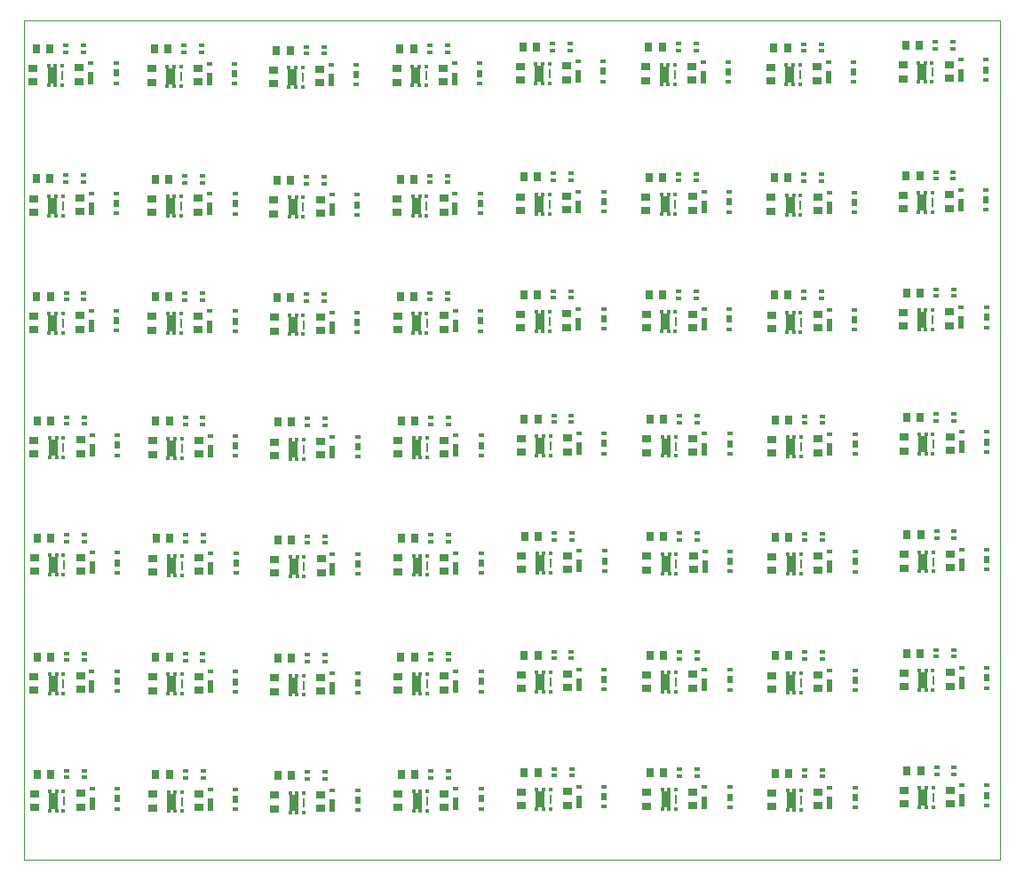
<source format=gtp>
G75*
%MOIN*%
%OFA0B0*%
%FSLAX25Y25*%
%IPPOS*%
%LPD*%
%AMOC8*
5,1,8,0,0,1.08239X$1,22.5*
%
%ADD10C,0.00000*%
%ADD11R,0.01181X0.01378*%
%ADD12R,0.03740X0.05906*%
%ADD13R,0.00925X0.03425*%
%ADD14R,0.02047X0.01181*%
%ADD15R,0.01969X0.05118*%
%ADD16R,0.01969X0.01575*%
%ADD17R,0.01969X0.02953*%
%ADD18R,0.02756X0.03543*%
%ADD19R,0.03543X0.02756*%
D10*
X0008974Y0010224D02*
X0375116Y0010224D01*
X0375116Y0325185D01*
X0008974Y0325185D01*
X0008974Y0010224D01*
D11*
X0018505Y0028682D03*
X0021064Y0028682D03*
X0023623Y0028682D03*
X0023623Y0035966D03*
X0021064Y0035966D03*
X0018505Y0035966D03*
X0018435Y0072742D03*
X0020994Y0072742D03*
X0023553Y0072742D03*
X0023553Y0080026D03*
X0020994Y0080026D03*
X0018435Y0080026D03*
X0018525Y0117262D03*
X0021084Y0117262D03*
X0023643Y0117262D03*
X0023643Y0124546D03*
X0021084Y0124546D03*
X0018525Y0124546D03*
X0018455Y0161322D03*
X0021014Y0161322D03*
X0023573Y0161322D03*
X0023573Y0168606D03*
X0021014Y0168606D03*
X0018455Y0168606D03*
X0018275Y0208062D03*
X0020834Y0208062D03*
X0023393Y0208062D03*
X0023393Y0215346D03*
X0020834Y0215346D03*
X0018275Y0215346D03*
X0018205Y0252122D03*
X0020764Y0252122D03*
X0023323Y0252122D03*
X0023323Y0259406D03*
X0020764Y0259406D03*
X0018205Y0259406D03*
X0062685Y0259246D03*
X0065244Y0259246D03*
X0067803Y0259246D03*
X0067803Y0251962D03*
X0065244Y0251962D03*
X0062685Y0251962D03*
X0062755Y0215186D03*
X0065314Y0215186D03*
X0067873Y0215186D03*
X0067873Y0207902D03*
X0065314Y0207902D03*
X0062755Y0207902D03*
X0062935Y0168446D03*
X0065494Y0168446D03*
X0068053Y0168446D03*
X0068053Y0161162D03*
X0065494Y0161162D03*
X0062935Y0161162D03*
X0063005Y0124386D03*
X0065564Y0124386D03*
X0068123Y0124386D03*
X0068123Y0117102D03*
X0065564Y0117102D03*
X0063005Y0117102D03*
X0062915Y0079866D03*
X0065474Y0079866D03*
X0068033Y0079866D03*
X0068033Y0072582D03*
X0065474Y0072582D03*
X0062915Y0072582D03*
X0062985Y0035806D03*
X0065544Y0035806D03*
X0068103Y0035806D03*
X0068103Y0028522D03*
X0065544Y0028522D03*
X0062985Y0028522D03*
X0108745Y0028142D03*
X0111304Y0028142D03*
X0113863Y0028142D03*
X0113863Y0035426D03*
X0111304Y0035426D03*
X0108745Y0035426D03*
X0108675Y0072202D03*
X0111234Y0072202D03*
X0113793Y0072202D03*
X0113793Y0079486D03*
X0111234Y0079486D03*
X0108675Y0079486D03*
X0108765Y0116722D03*
X0111324Y0116722D03*
X0113883Y0116722D03*
X0113883Y0124006D03*
X0111324Y0124006D03*
X0108765Y0124006D03*
X0108695Y0160782D03*
X0111254Y0160782D03*
X0113813Y0160782D03*
X0113813Y0168066D03*
X0111254Y0168066D03*
X0108695Y0168066D03*
X0108515Y0207522D03*
X0111074Y0207522D03*
X0113633Y0207522D03*
X0113633Y0214806D03*
X0111074Y0214806D03*
X0108515Y0214806D03*
X0108445Y0251582D03*
X0111004Y0251582D03*
X0113563Y0251582D03*
X0113563Y0258866D03*
X0111004Y0258866D03*
X0108445Y0258866D03*
X0108305Y0300422D03*
X0110864Y0300422D03*
X0113423Y0300422D03*
X0113423Y0307706D03*
X0110864Y0307706D03*
X0108305Y0307706D03*
X0067663Y0308086D03*
X0065104Y0308086D03*
X0062545Y0308086D03*
X0062545Y0300802D03*
X0065104Y0300802D03*
X0067663Y0300802D03*
X0023183Y0300962D03*
X0020624Y0300962D03*
X0018065Y0300962D03*
X0018065Y0308246D03*
X0020624Y0308246D03*
X0023183Y0308246D03*
X0154625Y0308176D03*
X0157184Y0308176D03*
X0159743Y0308176D03*
X0159743Y0300892D03*
X0157184Y0300892D03*
X0154625Y0300892D03*
X0200875Y0301632D03*
X0203434Y0301632D03*
X0205993Y0301632D03*
X0205993Y0308916D03*
X0203434Y0308916D03*
X0200875Y0308916D03*
X0247985Y0308796D03*
X0250544Y0308796D03*
X0253103Y0308796D03*
X0253103Y0301512D03*
X0250544Y0301512D03*
X0247985Y0301512D03*
X0294965Y0301352D03*
X0297524Y0301352D03*
X0300083Y0301352D03*
X0300083Y0308636D03*
X0297524Y0308636D03*
X0294965Y0308636D03*
X0344475Y0309506D03*
X0347034Y0309506D03*
X0349593Y0309506D03*
X0349593Y0302222D03*
X0347034Y0302222D03*
X0344475Y0302222D03*
X0344615Y0260666D03*
X0347174Y0260666D03*
X0349733Y0260666D03*
X0349733Y0253382D03*
X0347174Y0253382D03*
X0344615Y0253382D03*
X0344685Y0216606D03*
X0347244Y0216606D03*
X0349803Y0216606D03*
X0349803Y0209322D03*
X0347244Y0209322D03*
X0344685Y0209322D03*
X0344865Y0169866D03*
X0347424Y0169866D03*
X0349983Y0169866D03*
X0349983Y0162582D03*
X0347424Y0162582D03*
X0344865Y0162582D03*
X0344935Y0125806D03*
X0347494Y0125806D03*
X0350053Y0125806D03*
X0350053Y0118522D03*
X0347494Y0118522D03*
X0344935Y0118522D03*
X0344845Y0081286D03*
X0347404Y0081286D03*
X0349963Y0081286D03*
X0349963Y0074002D03*
X0347404Y0074002D03*
X0344845Y0074002D03*
X0344915Y0037226D03*
X0347474Y0037226D03*
X0350033Y0037226D03*
X0350033Y0029942D03*
X0347474Y0029942D03*
X0344915Y0029942D03*
X0300523Y0029072D03*
X0297964Y0029072D03*
X0295405Y0029072D03*
X0295405Y0036356D03*
X0297964Y0036356D03*
X0300523Y0036356D03*
X0300453Y0073132D03*
X0297894Y0073132D03*
X0295335Y0073132D03*
X0295335Y0080416D03*
X0297894Y0080416D03*
X0300453Y0080416D03*
X0300543Y0117652D03*
X0297984Y0117652D03*
X0295425Y0117652D03*
X0295425Y0124936D03*
X0297984Y0124936D03*
X0300543Y0124936D03*
X0300473Y0161712D03*
X0297914Y0161712D03*
X0295355Y0161712D03*
X0295355Y0168996D03*
X0297914Y0168996D03*
X0300473Y0168996D03*
X0300293Y0208452D03*
X0297734Y0208452D03*
X0295175Y0208452D03*
X0295175Y0215736D03*
X0297734Y0215736D03*
X0300293Y0215736D03*
X0300223Y0252512D03*
X0297664Y0252512D03*
X0295105Y0252512D03*
X0295105Y0259796D03*
X0297664Y0259796D03*
X0300223Y0259796D03*
X0253243Y0259956D03*
X0250684Y0259956D03*
X0248125Y0259956D03*
X0248125Y0252672D03*
X0250684Y0252672D03*
X0253243Y0252672D03*
X0253313Y0215896D03*
X0250754Y0215896D03*
X0248195Y0215896D03*
X0248195Y0208612D03*
X0250754Y0208612D03*
X0253313Y0208612D03*
X0253493Y0169156D03*
X0250934Y0169156D03*
X0248375Y0169156D03*
X0248375Y0161872D03*
X0250934Y0161872D03*
X0253493Y0161872D03*
X0253563Y0125096D03*
X0251004Y0125096D03*
X0248445Y0125096D03*
X0248445Y0117812D03*
X0251004Y0117812D03*
X0253563Y0117812D03*
X0253473Y0080576D03*
X0250914Y0080576D03*
X0248355Y0080576D03*
X0248355Y0073292D03*
X0250914Y0073292D03*
X0253473Y0073292D03*
X0253543Y0036516D03*
X0250984Y0036516D03*
X0248425Y0036516D03*
X0248425Y0029232D03*
X0250984Y0029232D03*
X0253543Y0029232D03*
X0206433Y0029352D03*
X0203874Y0029352D03*
X0201315Y0029352D03*
X0201315Y0036636D03*
X0203874Y0036636D03*
X0206433Y0036636D03*
X0206363Y0073412D03*
X0203804Y0073412D03*
X0201245Y0073412D03*
X0201245Y0080696D03*
X0203804Y0080696D03*
X0206363Y0080696D03*
X0206453Y0117932D03*
X0203894Y0117932D03*
X0201335Y0117932D03*
X0201335Y0125216D03*
X0203894Y0125216D03*
X0206453Y0125216D03*
X0206383Y0161992D03*
X0203824Y0161992D03*
X0201265Y0161992D03*
X0201265Y0169276D03*
X0203824Y0169276D03*
X0206383Y0169276D03*
X0206203Y0208732D03*
X0203644Y0208732D03*
X0201085Y0208732D03*
X0201085Y0216016D03*
X0203644Y0216016D03*
X0206203Y0216016D03*
X0206133Y0252792D03*
X0203574Y0252792D03*
X0201015Y0252792D03*
X0201015Y0260076D03*
X0203574Y0260076D03*
X0206133Y0260076D03*
X0159883Y0259336D03*
X0157324Y0259336D03*
X0154765Y0259336D03*
X0154765Y0252052D03*
X0157324Y0252052D03*
X0159883Y0252052D03*
X0159953Y0215276D03*
X0157394Y0215276D03*
X0154835Y0215276D03*
X0154835Y0207992D03*
X0157394Y0207992D03*
X0159953Y0207992D03*
X0160133Y0168536D03*
X0157574Y0168536D03*
X0155015Y0168536D03*
X0155015Y0161252D03*
X0157574Y0161252D03*
X0160133Y0161252D03*
X0160203Y0124476D03*
X0157644Y0124476D03*
X0155085Y0124476D03*
X0155085Y0117192D03*
X0157644Y0117192D03*
X0160203Y0117192D03*
X0160113Y0079956D03*
X0157554Y0079956D03*
X0154995Y0079956D03*
X0154995Y0072672D03*
X0157554Y0072672D03*
X0160113Y0072672D03*
X0160183Y0035896D03*
X0157624Y0035896D03*
X0155065Y0035896D03*
X0155065Y0028612D03*
X0157624Y0028612D03*
X0160183Y0028612D03*
D12*
X0156345Y0032254D03*
X0202595Y0032994D03*
X0249705Y0032874D03*
X0296684Y0032714D03*
X0296614Y0076774D03*
X0249634Y0076934D03*
X0202524Y0077054D03*
X0156274Y0076314D03*
X0109954Y0075844D03*
X0064194Y0076224D03*
X0019714Y0076384D03*
X0019784Y0032324D03*
X0064264Y0032164D03*
X0110024Y0031784D03*
X0110045Y0120364D03*
X0064284Y0120744D03*
X0019805Y0120904D03*
X0019734Y0164964D03*
X0064214Y0164804D03*
X0109974Y0164424D03*
X0156295Y0164894D03*
X0202545Y0165634D03*
X0249655Y0165514D03*
X0296634Y0165354D03*
X0296705Y0121294D03*
X0249725Y0121454D03*
X0202615Y0121574D03*
X0156365Y0120834D03*
X0156115Y0211634D03*
X0202365Y0212374D03*
X0249475Y0212254D03*
X0296455Y0212094D03*
X0296384Y0256154D03*
X0249405Y0256314D03*
X0202295Y0256434D03*
X0156045Y0255694D03*
X0109724Y0255224D03*
X0063964Y0255604D03*
X0019484Y0255764D03*
X0019555Y0211704D03*
X0064034Y0211544D03*
X0109795Y0211164D03*
X0109584Y0304064D03*
X0063824Y0304444D03*
X0019345Y0304604D03*
X0155905Y0304534D03*
X0202155Y0305274D03*
X0249265Y0305154D03*
X0296245Y0304994D03*
X0345755Y0305864D03*
X0345895Y0257024D03*
X0345965Y0212964D03*
X0346145Y0166224D03*
X0346215Y0122164D03*
X0346124Y0077644D03*
X0346195Y0033584D03*
D13*
X0350102Y0033584D03*
X0350032Y0077644D03*
X0300522Y0076774D03*
X0253542Y0076934D03*
X0206432Y0077054D03*
X0160182Y0076314D03*
X0113862Y0075844D03*
X0068102Y0076224D03*
X0023622Y0076384D03*
X0023692Y0032324D03*
X0068172Y0032164D03*
X0113932Y0031784D03*
X0160252Y0032254D03*
X0206502Y0032994D03*
X0253612Y0032874D03*
X0300592Y0032714D03*
X0300612Y0121294D03*
X0350122Y0122164D03*
X0350052Y0166224D03*
X0300542Y0165354D03*
X0253562Y0165514D03*
X0206452Y0165634D03*
X0160202Y0164894D03*
X0113882Y0164424D03*
X0068122Y0164804D03*
X0023642Y0164964D03*
X0023712Y0120904D03*
X0068192Y0120744D03*
X0113952Y0120364D03*
X0160272Y0120834D03*
X0206522Y0121574D03*
X0253632Y0121454D03*
X0253382Y0212254D03*
X0300362Y0212094D03*
X0300292Y0256154D03*
X0253312Y0256314D03*
X0206202Y0256434D03*
X0159952Y0255694D03*
X0113632Y0255224D03*
X0067872Y0255604D03*
X0023392Y0255764D03*
X0023462Y0211704D03*
X0067942Y0211544D03*
X0113702Y0211164D03*
X0160022Y0211634D03*
X0206272Y0212374D03*
X0113492Y0304064D03*
X0067732Y0304444D03*
X0023252Y0304604D03*
X0159812Y0304534D03*
X0206062Y0305274D03*
X0253172Y0305154D03*
X0300152Y0304994D03*
X0349662Y0305864D03*
X0349802Y0257024D03*
X0349872Y0212964D03*
D14*
X0351107Y0221854D03*
X0351107Y0224414D03*
X0357721Y0224414D03*
X0357721Y0221854D03*
X0357651Y0265914D03*
X0357651Y0268474D03*
X0351037Y0268474D03*
X0351037Y0265914D03*
X0308141Y0265044D03*
X0308141Y0267604D03*
X0301527Y0267604D03*
X0301527Y0265044D03*
X0261161Y0265204D03*
X0261161Y0267764D03*
X0254547Y0267764D03*
X0254547Y0265204D03*
X0214051Y0265324D03*
X0214051Y0267884D03*
X0207437Y0267884D03*
X0207437Y0265324D03*
X0167801Y0264584D03*
X0167801Y0267144D03*
X0161187Y0267144D03*
X0161187Y0264584D03*
X0121481Y0264114D03*
X0121481Y0266674D03*
X0114867Y0266674D03*
X0114867Y0264114D03*
X0075721Y0264494D03*
X0075721Y0267054D03*
X0069107Y0267054D03*
X0069107Y0264494D03*
X0031241Y0264654D03*
X0031241Y0267214D03*
X0024627Y0267214D03*
X0024627Y0264654D03*
X0024697Y0223154D03*
X0024697Y0220594D03*
X0031311Y0220594D03*
X0031311Y0223154D03*
X0069177Y0222994D03*
X0069177Y0220434D03*
X0075791Y0220434D03*
X0075791Y0222994D03*
X0114937Y0222614D03*
X0114937Y0220054D03*
X0121551Y0220054D03*
X0121551Y0222614D03*
X0161257Y0223084D03*
X0161257Y0220524D03*
X0167871Y0220524D03*
X0167871Y0223084D03*
X0207507Y0223824D03*
X0207507Y0221264D03*
X0214121Y0221264D03*
X0214121Y0223824D03*
X0254617Y0223704D03*
X0254617Y0221144D03*
X0261231Y0221144D03*
X0261231Y0223704D03*
X0301597Y0223544D03*
X0301597Y0220984D03*
X0308211Y0220984D03*
X0308211Y0223544D03*
X0308391Y0176804D03*
X0308391Y0174244D03*
X0301777Y0174244D03*
X0301777Y0176804D03*
X0261411Y0176964D03*
X0261411Y0174404D03*
X0254797Y0174404D03*
X0254797Y0176964D03*
X0214301Y0177084D03*
X0214301Y0174524D03*
X0207687Y0174524D03*
X0207687Y0177084D03*
X0168051Y0176344D03*
X0168051Y0173784D03*
X0161437Y0173784D03*
X0161437Y0176344D03*
X0121731Y0175874D03*
X0121731Y0173314D03*
X0115117Y0173314D03*
X0115117Y0175874D03*
X0075971Y0176254D03*
X0075971Y0173694D03*
X0069357Y0173694D03*
X0069357Y0176254D03*
X0031491Y0176414D03*
X0031491Y0173854D03*
X0024877Y0173854D03*
X0024877Y0176414D03*
X0024947Y0132354D03*
X0024947Y0129794D03*
X0031561Y0129794D03*
X0031561Y0132354D03*
X0069427Y0132194D03*
X0069427Y0129634D03*
X0076041Y0129634D03*
X0076041Y0132194D03*
X0115187Y0131814D03*
X0115187Y0129254D03*
X0121801Y0129254D03*
X0121801Y0131814D03*
X0161507Y0132284D03*
X0161507Y0129724D03*
X0168121Y0129724D03*
X0168121Y0132284D03*
X0207757Y0133024D03*
X0207757Y0130464D03*
X0214371Y0130464D03*
X0214371Y0133024D03*
X0254867Y0132904D03*
X0254867Y0130344D03*
X0261481Y0130344D03*
X0261481Y0132904D03*
X0301847Y0132744D03*
X0301847Y0130184D03*
X0308461Y0130184D03*
X0308461Y0132744D03*
X0351357Y0133614D03*
X0351357Y0131054D03*
X0357971Y0131054D03*
X0357971Y0133614D03*
X0357901Y0175114D03*
X0357901Y0177674D03*
X0351287Y0177674D03*
X0351287Y0175114D03*
X0351267Y0089094D03*
X0351267Y0086534D03*
X0357881Y0086534D03*
X0357881Y0089094D03*
X0308371Y0088224D03*
X0308371Y0085664D03*
X0301757Y0085664D03*
X0301757Y0088224D03*
X0261391Y0088384D03*
X0261391Y0085824D03*
X0254777Y0085824D03*
X0254777Y0088384D03*
X0214281Y0088504D03*
X0214281Y0085945D03*
X0207667Y0085945D03*
X0207667Y0088504D03*
X0168031Y0087764D03*
X0168031Y0085204D03*
X0161417Y0085204D03*
X0161417Y0087764D03*
X0121711Y0087294D03*
X0121711Y0084734D03*
X0115097Y0084734D03*
X0115097Y0087294D03*
X0075951Y0087674D03*
X0075951Y0085114D03*
X0069337Y0085114D03*
X0069337Y0087674D03*
X0031471Y0087834D03*
X0031471Y0085274D03*
X0024857Y0085274D03*
X0024857Y0087834D03*
X0024927Y0043774D03*
X0024927Y0041214D03*
X0031541Y0041214D03*
X0031541Y0043774D03*
X0069407Y0043614D03*
X0069407Y0041054D03*
X0076021Y0041054D03*
X0076021Y0043614D03*
X0115167Y0043234D03*
X0115167Y0040674D03*
X0121781Y0040674D03*
X0121781Y0043234D03*
X0161487Y0043704D03*
X0161487Y0041144D03*
X0168101Y0041144D03*
X0168101Y0043704D03*
X0207737Y0044444D03*
X0207737Y0041884D03*
X0214351Y0041884D03*
X0214351Y0044444D03*
X0254847Y0044324D03*
X0254847Y0041764D03*
X0261461Y0041764D03*
X0261461Y0044324D03*
X0301827Y0044164D03*
X0301827Y0041604D03*
X0308441Y0041604D03*
X0308441Y0044164D03*
X0351337Y0045034D03*
X0351337Y0042474D03*
X0357951Y0042474D03*
X0357951Y0045034D03*
X0308001Y0313884D03*
X0308001Y0316444D03*
X0301387Y0316444D03*
X0301387Y0313884D03*
X0261021Y0314044D03*
X0261021Y0316604D03*
X0254407Y0316604D03*
X0254407Y0314044D03*
X0213911Y0314164D03*
X0213911Y0316724D03*
X0207297Y0316724D03*
X0207297Y0314164D03*
X0167661Y0313424D03*
X0167661Y0315984D03*
X0161047Y0315984D03*
X0161047Y0313424D03*
X0121341Y0312954D03*
X0121341Y0315514D03*
X0114727Y0315514D03*
X0114727Y0312954D03*
X0075581Y0313334D03*
X0075581Y0315894D03*
X0068967Y0315894D03*
X0068967Y0313334D03*
X0031101Y0313494D03*
X0031101Y0316054D03*
X0024487Y0316054D03*
X0024487Y0313494D03*
X0350897Y0314754D03*
X0350897Y0317314D03*
X0357511Y0317314D03*
X0357511Y0314754D03*
D15*
X0360355Y0304825D03*
X0310845Y0303955D03*
X0263865Y0304115D03*
X0216755Y0304235D03*
X0170505Y0303495D03*
X0124185Y0303025D03*
X0078425Y0303405D03*
X0033945Y0303565D03*
X0034085Y0254725D03*
X0078565Y0254565D03*
X0124325Y0254185D03*
X0170645Y0254655D03*
X0216895Y0255395D03*
X0264005Y0255275D03*
X0310985Y0255115D03*
X0311055Y0211055D03*
X0264075Y0211215D03*
X0216965Y0211335D03*
X0170715Y0210595D03*
X0124395Y0210125D03*
X0078635Y0210505D03*
X0034155Y0210665D03*
X0034335Y0163925D03*
X0078815Y0163765D03*
X0124575Y0163385D03*
X0170895Y0163855D03*
X0217145Y0164595D03*
X0264255Y0164475D03*
X0311235Y0164315D03*
X0311305Y0120255D03*
X0264325Y0120415D03*
X0217215Y0120535D03*
X0170965Y0119795D03*
X0124645Y0119325D03*
X0078885Y0119705D03*
X0034405Y0119865D03*
X0034315Y0075345D03*
X0078795Y0075185D03*
X0124555Y0074805D03*
X0170875Y0075275D03*
X0217125Y0076015D03*
X0264235Y0075895D03*
X0311215Y0075735D03*
X0311285Y0031675D03*
X0264305Y0031835D03*
X0217195Y0031955D03*
X0170945Y0031215D03*
X0124625Y0030745D03*
X0078865Y0031125D03*
X0034385Y0031285D03*
X0360795Y0032545D03*
X0360725Y0076605D03*
X0360815Y0121125D03*
X0360745Y0165185D03*
X0360565Y0211925D03*
X0360495Y0255985D03*
D16*
X0360495Y0261694D03*
X0369944Y0261694D03*
X0369944Y0254214D03*
X0370014Y0217634D03*
X0370014Y0210154D03*
X0360565Y0217634D03*
X0320504Y0216764D03*
X0320504Y0209284D03*
X0311055Y0216764D03*
X0273524Y0216924D03*
X0264075Y0216924D03*
X0273524Y0209444D03*
X0273704Y0170184D03*
X0273704Y0162704D03*
X0264255Y0170184D03*
X0226594Y0170304D03*
X0226594Y0162824D03*
X0217145Y0170304D03*
X0180344Y0169564D03*
X0170895Y0169564D03*
X0180344Y0162084D03*
X0180414Y0125504D03*
X0170965Y0125504D03*
X0180414Y0118024D03*
X0217215Y0126244D03*
X0226664Y0126244D03*
X0226664Y0118764D03*
X0264325Y0126124D03*
X0273774Y0126124D03*
X0273774Y0118644D03*
X0311305Y0125964D03*
X0320754Y0125964D03*
X0320754Y0118484D03*
X0360815Y0126834D03*
X0370264Y0126834D03*
X0370264Y0119354D03*
X0370174Y0082314D03*
X0370174Y0074834D03*
X0360725Y0082314D03*
X0320664Y0081444D03*
X0320664Y0073964D03*
X0311215Y0081444D03*
X0273684Y0081604D03*
X0273684Y0074124D03*
X0264235Y0081604D03*
X0226574Y0081724D03*
X0217125Y0081724D03*
X0226574Y0074244D03*
X0226644Y0037664D03*
X0217195Y0037664D03*
X0226644Y0030184D03*
X0264305Y0037544D03*
X0273754Y0037544D03*
X0273754Y0030064D03*
X0311285Y0037384D03*
X0320734Y0037384D03*
X0320734Y0029904D03*
X0360795Y0038254D03*
X0370244Y0038254D03*
X0370244Y0030774D03*
X0370194Y0163414D03*
X0370194Y0170894D03*
X0360745Y0170894D03*
X0320684Y0170024D03*
X0320684Y0162544D03*
X0311235Y0170024D03*
X0226414Y0209564D03*
X0226414Y0217044D03*
X0216965Y0217044D03*
X0180164Y0216304D03*
X0170715Y0216304D03*
X0180164Y0208824D03*
X0133844Y0208354D03*
X0133844Y0215834D03*
X0124395Y0215834D03*
X0088084Y0216214D03*
X0088084Y0208734D03*
X0078635Y0216214D03*
X0043604Y0216374D03*
X0043604Y0208894D03*
X0034155Y0216374D03*
X0043534Y0252954D03*
X0043534Y0260434D03*
X0034085Y0260434D03*
X0043394Y0301794D03*
X0043394Y0309274D03*
X0033945Y0309274D03*
X0078425Y0309114D03*
X0087874Y0309114D03*
X0087874Y0301634D03*
X0124185Y0308734D03*
X0133634Y0308734D03*
X0133634Y0301254D03*
X0170505Y0309204D03*
X0179954Y0309204D03*
X0179954Y0301724D03*
X0216755Y0309944D03*
X0226204Y0309944D03*
X0226204Y0302464D03*
X0263865Y0309824D03*
X0273314Y0309824D03*
X0273314Y0302344D03*
X0310845Y0309664D03*
X0320294Y0309664D03*
X0320294Y0302184D03*
X0360355Y0310534D03*
X0369804Y0310534D03*
X0369804Y0303054D03*
X0320434Y0260824D03*
X0320434Y0253344D03*
X0310985Y0260824D03*
X0273454Y0260984D03*
X0273454Y0253504D03*
X0264005Y0260984D03*
X0226344Y0261104D03*
X0226344Y0253624D03*
X0216895Y0261104D03*
X0180094Y0260364D03*
X0170645Y0260364D03*
X0180094Y0252884D03*
X0133774Y0252414D03*
X0133774Y0259894D03*
X0124325Y0259894D03*
X0088014Y0260274D03*
X0078565Y0260274D03*
X0088014Y0252794D03*
X0088264Y0169474D03*
X0078815Y0169474D03*
X0088264Y0161994D03*
X0088334Y0125414D03*
X0078885Y0125414D03*
X0088334Y0117934D03*
X0124645Y0125034D03*
X0134094Y0125034D03*
X0134094Y0117554D03*
X0134004Y0080514D03*
X0134004Y0073034D03*
X0124555Y0080514D03*
X0088244Y0080894D03*
X0088244Y0073414D03*
X0078795Y0080894D03*
X0043764Y0081054D03*
X0043764Y0073574D03*
X0034315Y0081054D03*
X0043854Y0118094D03*
X0043854Y0125574D03*
X0034405Y0125574D03*
X0043784Y0162154D03*
X0043784Y0169634D03*
X0034335Y0169634D03*
X0124575Y0169094D03*
X0134024Y0169094D03*
X0134024Y0161614D03*
X0170875Y0080984D03*
X0180324Y0080984D03*
X0180324Y0073504D03*
X0180394Y0036924D03*
X0180394Y0029444D03*
X0170945Y0036924D03*
X0134074Y0036454D03*
X0134074Y0028974D03*
X0124625Y0036454D03*
X0088314Y0036834D03*
X0088314Y0029354D03*
X0078865Y0036834D03*
X0043834Y0036994D03*
X0043834Y0029514D03*
X0034385Y0036994D03*
D17*
X0043834Y0033254D03*
X0088314Y0033094D03*
X0134074Y0032714D03*
X0180394Y0033184D03*
X0226644Y0033924D03*
X0180324Y0077244D03*
X0226574Y0077984D03*
X0226664Y0122504D03*
X0180414Y0121764D03*
X0134094Y0121294D03*
X0088334Y0121674D03*
X0043854Y0121834D03*
X0043784Y0165894D03*
X0088264Y0165734D03*
X0134024Y0165354D03*
X0180344Y0165824D03*
X0226594Y0166564D03*
X0273704Y0166444D03*
X0320684Y0166284D03*
X0320754Y0122224D03*
X0273774Y0122384D03*
X0273684Y0077864D03*
X0320664Y0077704D03*
X0273754Y0033804D03*
X0320734Y0033644D03*
X0370244Y0034514D03*
X0370174Y0078574D03*
X0370264Y0123094D03*
X0370194Y0167154D03*
X0370014Y0213894D03*
X0369944Y0257954D03*
X0320434Y0257084D03*
X0320504Y0213024D03*
X0273524Y0213184D03*
X0226414Y0213304D03*
X0180164Y0212564D03*
X0133844Y0212094D03*
X0088084Y0212474D03*
X0043604Y0212634D03*
X0043534Y0256694D03*
X0088014Y0256534D03*
X0133774Y0256154D03*
X0180094Y0256624D03*
X0226344Y0257364D03*
X0273454Y0257244D03*
X0273314Y0306084D03*
X0226204Y0306204D03*
X0179954Y0305464D03*
X0133634Y0304994D03*
X0087874Y0305374D03*
X0043394Y0305534D03*
X0043764Y0077314D03*
X0088244Y0077154D03*
X0134004Y0076774D03*
X0320294Y0305924D03*
X0369804Y0306794D03*
D18*
X0344913Y0315974D03*
X0339795Y0315974D03*
X0295403Y0315104D03*
X0290285Y0315104D03*
X0248423Y0315264D03*
X0243305Y0315264D03*
X0201313Y0315384D03*
X0196195Y0315384D03*
X0155063Y0314644D03*
X0149945Y0314644D03*
X0108743Y0314174D03*
X0103625Y0314174D03*
X0062983Y0314554D03*
X0057865Y0314554D03*
X0018503Y0314714D03*
X0013385Y0314714D03*
X0013525Y0265874D03*
X0018643Y0265874D03*
X0058005Y0265714D03*
X0063123Y0265714D03*
X0103765Y0265334D03*
X0108883Y0265334D03*
X0150085Y0265804D03*
X0155203Y0265804D03*
X0196335Y0266544D03*
X0201453Y0266544D03*
X0243445Y0266424D03*
X0248563Y0266424D03*
X0290425Y0266264D03*
X0295543Y0266264D03*
X0339935Y0267134D03*
X0345053Y0267134D03*
X0345123Y0223074D03*
X0340005Y0223074D03*
X0295613Y0222204D03*
X0290495Y0222204D03*
X0248633Y0222364D03*
X0243515Y0222364D03*
X0201523Y0222484D03*
X0196405Y0222484D03*
X0155273Y0221744D03*
X0150155Y0221744D03*
X0108953Y0221274D03*
X0103835Y0221274D03*
X0063193Y0221654D03*
X0058075Y0221654D03*
X0018713Y0221814D03*
X0013595Y0221814D03*
X0013775Y0175074D03*
X0018893Y0175074D03*
X0058255Y0174914D03*
X0063373Y0174914D03*
X0104015Y0174534D03*
X0109133Y0174534D03*
X0150335Y0175004D03*
X0155453Y0175004D03*
X0196585Y0175744D03*
X0201703Y0175744D03*
X0243695Y0175624D03*
X0248813Y0175624D03*
X0290675Y0175464D03*
X0295793Y0175464D03*
X0340185Y0176334D03*
X0345303Y0176334D03*
X0345373Y0132274D03*
X0340255Y0132274D03*
X0295863Y0131404D03*
X0290745Y0131404D03*
X0248883Y0131564D03*
X0243765Y0131564D03*
X0201773Y0131684D03*
X0196655Y0131684D03*
X0155523Y0130944D03*
X0150405Y0130944D03*
X0109203Y0130474D03*
X0104085Y0130474D03*
X0063443Y0130854D03*
X0058325Y0130854D03*
X0018963Y0131014D03*
X0013845Y0131014D03*
X0013755Y0086494D03*
X0018873Y0086494D03*
X0058235Y0086334D03*
X0063353Y0086334D03*
X0103995Y0085954D03*
X0109113Y0085954D03*
X0150315Y0086424D03*
X0155433Y0086424D03*
X0196565Y0087164D03*
X0201683Y0087164D03*
X0243675Y0087044D03*
X0248793Y0087044D03*
X0290655Y0086884D03*
X0295773Y0086884D03*
X0340165Y0087754D03*
X0345283Y0087754D03*
X0345353Y0043694D03*
X0340235Y0043694D03*
X0295843Y0042824D03*
X0290725Y0042824D03*
X0248863Y0042984D03*
X0243745Y0042984D03*
X0201753Y0043104D03*
X0196635Y0043104D03*
X0155503Y0042364D03*
X0150385Y0042364D03*
X0109183Y0041894D03*
X0104065Y0041894D03*
X0063423Y0042274D03*
X0058305Y0042274D03*
X0018943Y0042434D03*
X0013825Y0042434D03*
D19*
X0012694Y0035063D03*
X0012694Y0029945D03*
X0030064Y0030125D03*
X0030064Y0035243D03*
X0057174Y0034903D03*
X0057174Y0029785D03*
X0074544Y0029965D03*
X0074544Y0035083D03*
X0102934Y0034523D03*
X0102934Y0029405D03*
X0120304Y0029585D03*
X0120304Y0034703D03*
X0149254Y0034993D03*
X0149254Y0029875D03*
X0166624Y0030055D03*
X0166624Y0035173D03*
X0195504Y0035733D03*
X0195504Y0030615D03*
X0212874Y0030795D03*
X0212874Y0035913D03*
X0242614Y0035613D03*
X0242614Y0030495D03*
X0259984Y0030675D03*
X0259984Y0035793D03*
X0289594Y0035453D03*
X0289594Y0030335D03*
X0306964Y0030515D03*
X0306964Y0035633D03*
X0339104Y0036323D03*
X0339104Y0031205D03*
X0356474Y0031385D03*
X0356474Y0036503D03*
X0356404Y0075445D03*
X0356404Y0080563D03*
X0339034Y0080383D03*
X0339034Y0075265D03*
X0306894Y0074575D03*
X0306894Y0079693D03*
X0289524Y0079513D03*
X0289524Y0074395D03*
X0259914Y0074735D03*
X0259914Y0079853D03*
X0242544Y0079673D03*
X0242544Y0074555D03*
X0212804Y0074855D03*
X0212804Y0079973D03*
X0195434Y0079793D03*
X0195434Y0074675D03*
X0166554Y0074115D03*
X0166554Y0079233D03*
X0149184Y0079053D03*
X0149184Y0073935D03*
X0120234Y0073645D03*
X0120234Y0078763D03*
X0102864Y0078583D03*
X0102864Y0073465D03*
X0074474Y0074025D03*
X0074474Y0079143D03*
X0057104Y0078963D03*
X0057104Y0073845D03*
X0029994Y0074185D03*
X0029994Y0079303D03*
X0012624Y0079123D03*
X0012624Y0074005D03*
X0012714Y0118525D03*
X0012714Y0123643D03*
X0030084Y0123823D03*
X0030084Y0118705D03*
X0057194Y0118365D03*
X0057194Y0123483D03*
X0074564Y0123663D03*
X0074564Y0118545D03*
X0102954Y0117985D03*
X0102954Y0123103D03*
X0120324Y0123283D03*
X0120324Y0118165D03*
X0149274Y0118455D03*
X0149274Y0123573D03*
X0166644Y0123753D03*
X0166644Y0118635D03*
X0195524Y0119195D03*
X0195524Y0124313D03*
X0212894Y0124493D03*
X0212894Y0119375D03*
X0242634Y0119075D03*
X0242634Y0124193D03*
X0260004Y0124373D03*
X0260004Y0119255D03*
X0289614Y0118915D03*
X0289614Y0124033D03*
X0306984Y0124213D03*
X0306984Y0119095D03*
X0339124Y0119785D03*
X0339124Y0124903D03*
X0356494Y0125083D03*
X0356494Y0119965D03*
X0356424Y0164025D03*
X0356424Y0169143D03*
X0339054Y0168963D03*
X0339054Y0163845D03*
X0306914Y0163155D03*
X0306914Y0168273D03*
X0289544Y0168093D03*
X0289544Y0162975D03*
X0259934Y0163315D03*
X0259934Y0168433D03*
X0242564Y0168253D03*
X0242564Y0163135D03*
X0212824Y0163435D03*
X0212824Y0168553D03*
X0195454Y0168373D03*
X0195454Y0163255D03*
X0166574Y0162695D03*
X0166574Y0167813D03*
X0149204Y0167633D03*
X0149204Y0162515D03*
X0120254Y0162225D03*
X0120254Y0167343D03*
X0102884Y0167163D03*
X0102884Y0162045D03*
X0074494Y0162605D03*
X0074494Y0167723D03*
X0057124Y0167543D03*
X0057124Y0162425D03*
X0030014Y0162765D03*
X0030014Y0167883D03*
X0012644Y0167703D03*
X0012644Y0162585D03*
X0012464Y0209325D03*
X0012464Y0214443D03*
X0029834Y0214623D03*
X0029834Y0209505D03*
X0056944Y0209165D03*
X0056944Y0214283D03*
X0074314Y0214463D03*
X0074314Y0209345D03*
X0102704Y0208785D03*
X0102704Y0213903D03*
X0120074Y0214083D03*
X0120074Y0208965D03*
X0149024Y0209255D03*
X0149024Y0214373D03*
X0166394Y0214553D03*
X0166394Y0209435D03*
X0195274Y0209995D03*
X0195274Y0215113D03*
X0212644Y0215293D03*
X0212644Y0210175D03*
X0242384Y0209875D03*
X0242384Y0214993D03*
X0259754Y0215173D03*
X0259754Y0210055D03*
X0289364Y0209715D03*
X0289364Y0214833D03*
X0306734Y0215013D03*
X0306734Y0209895D03*
X0338874Y0210585D03*
X0338874Y0215703D03*
X0356244Y0215883D03*
X0356244Y0210765D03*
X0356174Y0254825D03*
X0356174Y0259943D03*
X0338804Y0259763D03*
X0338804Y0254645D03*
X0306664Y0253955D03*
X0306664Y0259073D03*
X0289294Y0258893D03*
X0289294Y0253775D03*
X0259684Y0254115D03*
X0259684Y0259233D03*
X0242314Y0259053D03*
X0242314Y0253935D03*
X0212574Y0254235D03*
X0212574Y0259353D03*
X0195204Y0259173D03*
X0195204Y0254055D03*
X0166324Y0253495D03*
X0166324Y0258613D03*
X0148954Y0258433D03*
X0148954Y0253315D03*
X0120004Y0253025D03*
X0120004Y0258143D03*
X0102634Y0257963D03*
X0102634Y0252845D03*
X0074244Y0253405D03*
X0074244Y0258523D03*
X0056874Y0258343D03*
X0056874Y0253225D03*
X0029764Y0253565D03*
X0029764Y0258683D03*
X0012394Y0258503D03*
X0012394Y0253385D03*
X0012254Y0302225D03*
X0012254Y0307343D03*
X0029624Y0307523D03*
X0029624Y0302405D03*
X0056734Y0302065D03*
X0056734Y0307183D03*
X0074104Y0307363D03*
X0074104Y0302245D03*
X0102494Y0301685D03*
X0102494Y0306803D03*
X0119864Y0306983D03*
X0119864Y0301865D03*
X0148814Y0302155D03*
X0148814Y0307273D03*
X0166184Y0307453D03*
X0166184Y0302335D03*
X0195064Y0302895D03*
X0195064Y0308013D03*
X0212434Y0308193D03*
X0212434Y0303075D03*
X0242174Y0302775D03*
X0242174Y0307893D03*
X0259544Y0308073D03*
X0259544Y0302955D03*
X0289154Y0302615D03*
X0289154Y0307733D03*
X0306524Y0307913D03*
X0306524Y0302795D03*
X0338664Y0303485D03*
X0338664Y0308603D03*
X0356034Y0308783D03*
X0356034Y0303665D03*
M02*

</source>
